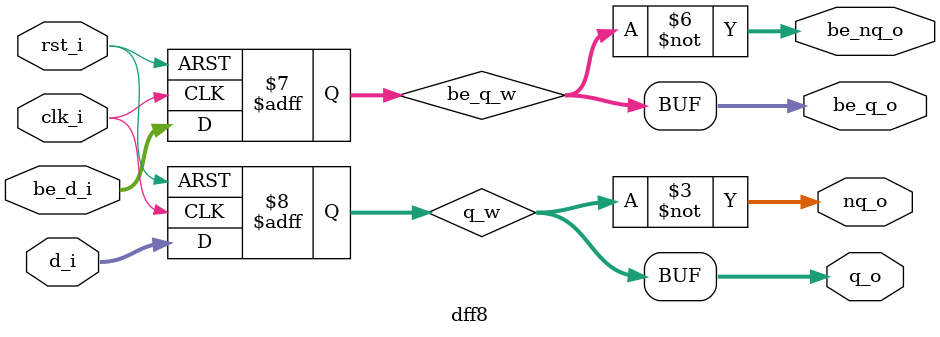
<source format=sv>

`timescale 1ns/1ps

`ifdef VERILATOR  // make parameter readable from VPI
  `define VL_RD /*verilator public_flat_rd*/
`else
  `define VL_RD
`endif

module dff8 #(
    parameter int DATA_WIDTH `VL_RD = 8, // Data width in bits

    // "Input Offset"
    // Instead of 8 downto 0 use 11 downto 3
    parameter int IOFF `VL_RD = 3,

    // "Output Offset"
    // Instead of 8 downto 0 use 13 downto 5
    parameter int OOFF `VL_RD = 5
) (
    input clk_i,
    input rst_i, // asynchronous reset

    // Little endian: d_i[7] is the most significant bit
    input [DATA_WIDTH-1+IOFF:0+IOFF] d_i, // Input
    output logic [DATA_WIDTH-1+OOFF:0+OOFF] q_o, // Output
    output logic [DATA_WIDTH-1+OOFF:0+OOFF] nq_o, // Negative output

    // Big endian (BE): be_d_i[0] is the most significant bit
    input [0+IOFF:DATA_WIDTH-1+IOFF] be_d_i, // Input
    output logic [0+OOFF:DATA_WIDTH-1+OOFF] be_q_o, // Output
    output logic [0+OOFF:DATA_WIDTH-1+OOFF] be_nq_o // Negative output
    );

    // Little Endian
    logic [DATA_WIDTH-1:0] q_w;
    always @(posedge clk_i, posedge rst_i) begin : proc_le_reg
        if (rst_i == 1'b1) begin
            q_w <= {DATA_WIDTH{1'b0}};
        end else begin
            q_w <= d_i;
        end
    end
    assign nq_o = ~q_w;
    assign q_o = q_w;

    // Big Endian
    logic [DATA_WIDTH-1:0] be_q_w;
    always @(posedge clk_i, posedge rst_i) begin : proc_be_reg
        if (rst_i == 1'b1) begin
            be_q_w <= {DATA_WIDTH{1'b0}};
        end else begin
            be_q_w <= be_d_i;
        end
    end
    assign be_nq_o = ~be_q_w;
    assign be_q_o = be_q_w;

endmodule

</source>
